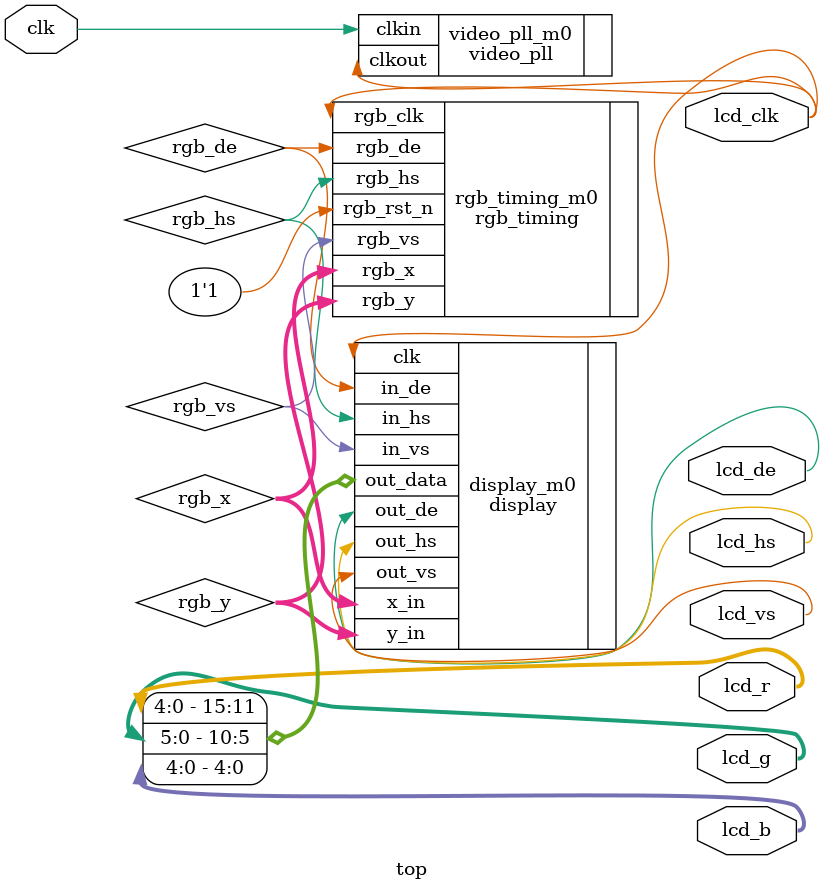
<source format=v>
module top (
	input clk,    // Clock
	
	output              lcd_clk,	
	output              lcd_hs,    //lcd horizontal synchronization
	output              lcd_vs,    //lcd vertical synchronization        
	output              lcd_de,    //lcd data enable     
	output 	  [4:0]     lcd_r,     //lcd red
	output 	  [5:0]     lcd_g,     //lcd green
	output 	  [4:0]     lcd_b	   //lcd blue
);

parameter PIXEL_NUM = 800 ;

wire 		rgb_vs,rgb_hs,rgb_de;
wire [ 9:0] rgb_x,rgb_y;
video_pll video_pll_m0(
	.clkin  	(clk 		),
	.clkout 	(lcd_clk 	)
	);

rgb_timing rgb_timing_m0(
	.rgb_clk	(lcd_clk	),	
	.rgb_rst_n	(1'b1		),	
	.rgb_hs		(rgb_hs		),
	.rgb_vs		(rgb_vs		),
	.rgb_de		(rgb_de		),
	.rgb_x		(rgb_x		),
	.rgb_y		(rgb_y		)
	);

//在标准RGB视频流中显示
display display_m0(
	.clk 		(lcd_clk 	),

	.in_hs 		(rgb_hs		),
	.in_vs 		(rgb_vs		),
	.in_de 		(rgb_de		),
	.x_in 		(rgb_x		),
	.y_in 		(rgb_y		),

	.out_hs 	(lcd_hs		),
	.out_vs 	(lcd_vs		),
	.out_de 	(lcd_de		),
	.out_data 	({lcd_r,lcd_g,lcd_b}	)
	);
endmodule
</source>
